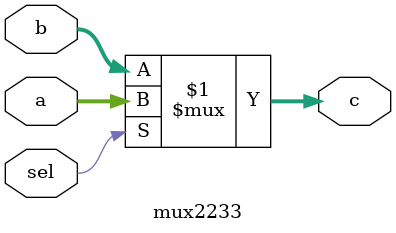
<source format=v>
`timescale 1ns / 1ps
module mux2233(
    input [31:0] a,
    input [31:0] b,
    input sel,
    output [31:0] c
    );
	 assign c = (sel)? a:b;


endmodule

</source>
